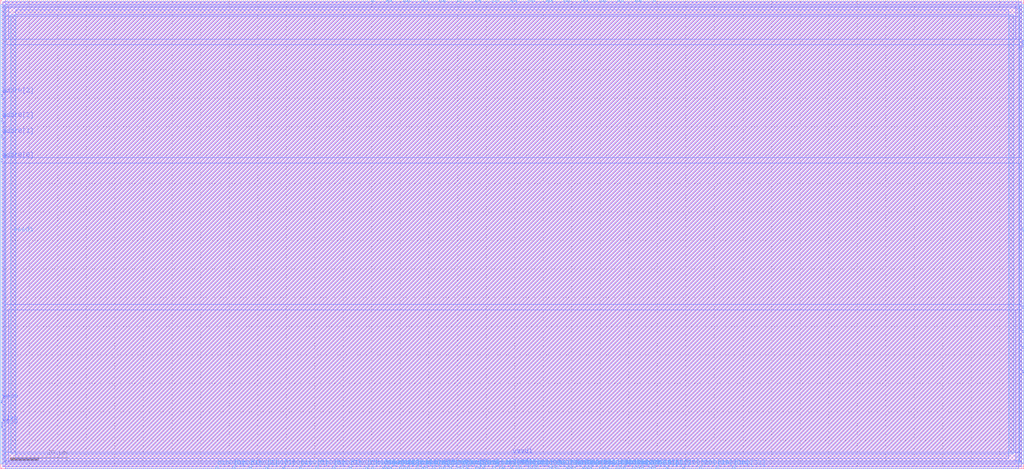
<source format=lef>
VERSION 5.4 ;
NAMESCASESENSITIVE ON ;
BUSBITCHARS "[]" ;
DIVIDERCHAR "/" ;
UNITS
  DATABASE MICRONS 1000 ;
END UNITS
MACRO myconfig_sky_dual
   CLASS BLOCK ;
   SIZE 358.32 BY 164.45 ;
   SYMMETRY X Y R90 ;
   PIN din0[0]
      DIRECTION INPUT ;
      PORT
         LAYER met4 ;
         RECT  75.37 0.0 76.13 0.76 ;
      END
   END din0[0]
   PIN din0[1]
      DIRECTION INPUT ;
      PORT
         LAYER met4 ;
         RECT  81.21 0.0 81.97 0.76 ;
      END
   END din0[1]
   PIN din0[2]
      DIRECTION INPUT ;
      PORT
         LAYER met4 ;
         RECT  87.05 0.0 87.81 0.76 ;
      END
   END din0[2]
   PIN din0[3]
      DIRECTION INPUT ;
      PORT
         LAYER met4 ;
         RECT  92.89 0.0 93.65 0.76 ;
      END
   END din0[3]
   PIN din0[4]
      DIRECTION INPUT ;
      PORT
         LAYER met4 ;
         RECT  98.73 0.0 99.49 0.76 ;
      END
   END din0[4]
   PIN din0[5]
      DIRECTION INPUT ;
      PORT
         LAYER met4 ;
         RECT  104.57 0.0 105.33 0.76 ;
      END
   END din0[5]
   PIN din0[6]
      DIRECTION INPUT ;
      PORT
         LAYER met4 ;
         RECT  110.41 0.0 111.17 0.76 ;
      END
   END din0[6]
   PIN din0[7]
      DIRECTION INPUT ;
      PORT
         LAYER met4 ;
         RECT  116.25 0.0 117.01 0.76 ;
      END
   END din0[7]
   PIN din0[8]
      DIRECTION INPUT ;
      PORT
         LAYER met4 ;
         RECT  122.09 0.0 122.85 0.76 ;
      END
   END din0[8]
   PIN din0[9]
      DIRECTION INPUT ;
      PORT
         LAYER met4 ;
         RECT  127.93 0.0 128.69 0.76 ;
      END
   END din0[9]
   PIN din0[10]
      DIRECTION INPUT ;
      PORT
         LAYER met4 ;
         RECT  133.77 0.0 134.53 0.76 ;
      END
   END din0[10]
   PIN din0[11]
      DIRECTION INPUT ;
      PORT
         LAYER met4 ;
         RECT  139.61 0.0 140.37 0.76 ;
      END
   END din0[11]
   PIN din0[12]
      DIRECTION INPUT ;
      PORT
         LAYER met4 ;
         RECT  145.45 0.0 146.21 0.76 ;
      END
   END din0[12]
   PIN din0[13]
      DIRECTION INPUT ;
      PORT
         LAYER met4 ;
         RECT  151.29 0.0 152.05 0.76 ;
      END
   END din0[13]
   PIN din0[14]
      DIRECTION INPUT ;
      PORT
         LAYER met4 ;
         RECT  157.13 0.0 157.89 0.76 ;
      END
   END din0[14]
   PIN din0[15]
      DIRECTION INPUT ;
      PORT
         LAYER met4 ;
         RECT  162.97 0.0 163.73 0.76 ;
      END
   END din0[15]
   PIN din0[16]
      DIRECTION INPUT ;
      PORT
         LAYER met4 ;
         RECT  168.81 0.0 169.57 0.76 ;
      END
   END din0[16]
   PIN din0[17]
      DIRECTION INPUT ;
      PORT
         LAYER met4 ;
         RECT  174.65 0.0 175.41 0.76 ;
      END
   END din0[17]
   PIN din0[18]
      DIRECTION INPUT ;
      PORT
         LAYER met4 ;
         RECT  180.49 0.0 181.25 0.76 ;
      END
   END din0[18]
   PIN din0[19]
      DIRECTION INPUT ;
      PORT
         LAYER met4 ;
         RECT  186.33 0.0 187.09 0.76 ;
      END
   END din0[19]
   PIN din0[20]
      DIRECTION INPUT ;
      PORT
         LAYER met4 ;
         RECT  192.17 0.0 192.93 0.76 ;
      END
   END din0[20]
   PIN din0[21]
      DIRECTION INPUT ;
      PORT
         LAYER met4 ;
         RECT  198.01 0.0 198.77 0.76 ;
      END
   END din0[21]
   PIN din0[22]
      DIRECTION INPUT ;
      PORT
         LAYER met4 ;
         RECT  203.85 0.0 204.61 0.76 ;
      END
   END din0[22]
   PIN din0[23]
      DIRECTION INPUT ;
      PORT
         LAYER met4 ;
         RECT  209.69 0.0 210.45 0.76 ;
      END
   END din0[23]
   PIN din0[24]
      DIRECTION INPUT ;
      PORT
         LAYER met4 ;
         RECT  215.53 0.0 216.29 0.76 ;
      END
   END din0[24]
   PIN din0[25]
      DIRECTION INPUT ;
      PORT
         LAYER met4 ;
         RECT  221.37 0.0 222.13 0.76 ;
      END
   END din0[25]
   PIN din0[26]
      DIRECTION INPUT ;
      PORT
         LAYER met4 ;
         RECT  227.21 0.0 227.97 0.76 ;
      END
   END din0[26]
   PIN din0[27]
      DIRECTION INPUT ;
      PORT
         LAYER met4 ;
         RECT  233.05 0.0 233.81 0.76 ;
      END
   END din0[27]
   PIN din0[28]
      DIRECTION INPUT ;
      PORT
         LAYER met4 ;
         RECT  238.89 0.0 239.65 0.76 ;
      END
   END din0[28]
   PIN din0[29]
      DIRECTION INPUT ;
      PORT
         LAYER met4 ;
         RECT  244.73 0.0 245.49 0.76 ;
      END
   END din0[29]
   PIN din0[30]
      DIRECTION INPUT ;
      PORT
         LAYER met4 ;
         RECT  250.57 0.0 251.33 0.76 ;
      END
   END din0[30]
   PIN din0[31]
      DIRECTION INPUT ;
      PORT
         LAYER met4 ;
         RECT  256.41 0.0 257.17 0.76 ;
      END
   END din0[31]
   PIN addr0[0]
      DIRECTION INPUT ;
      PORT
         LAYER met3 ;
         RECT  0.0 107.79 0.76 108.55 ;
      END
   END addr0[0]
   PIN addr0[1]
      DIRECTION INPUT ;
      PORT
         LAYER met3 ;
         RECT  0.0 116.29 0.76 117.05 ;
      END
   END addr0[1]
   PIN addr0[2]
      DIRECTION INPUT ;
      PORT
         LAYER met3 ;
         RECT  0.0 121.93 0.76 122.69 ;
      END
   END addr0[2]
   PIN addr0[3]
      DIRECTION INPUT ;
      PORT
         LAYER met3 ;
         RECT  0.0 130.43 0.76 131.19 ;
      END
   END addr0[3]
   PIN addr1[0]
      DIRECTION INPUT ;
      PORT
         LAYER met3 ;
         RECT  357.56 56.3 358.32 57.06 ;
      END
   END addr1[0]
   PIN addr1[1]
      DIRECTION INPUT ;
      PORT
         LAYER met3 ;
         RECT  357.56 47.8 358.32 48.56 ;
      END
   END addr1[1]
   PIN addr1[2]
      DIRECTION INPUT ;
      PORT
         LAYER met3 ;
         RECT  357.56 42.16 358.32 42.92 ;
      END
   END addr1[2]
   PIN addr1[3]
      DIRECTION INPUT ;
      PORT
         LAYER met3 ;
         RECT  357.56 33.66 358.32 34.42 ;
      END
   END addr1[3]
   PIN csb0
      DIRECTION INPUT ;
      PORT
         LAYER met3 ;
         RECT  0.0 14.36 0.76 15.12 ;
      END
   END csb0
   PIN csb1
      DIRECTION INPUT ;
      PORT
         LAYER met3 ;
         RECT  357.56 149.33 358.32 150.09 ;
      END
   END csb1
   PIN web0
      DIRECTION INPUT ;
      PORT
         LAYER met3 ;
         RECT  0.0 23.18 0.76 23.94 ;
      END
   END web0
   PIN clk0
      DIRECTION INPUT ;
      PORT
         LAYER met3 ;
         RECT  0.0 15.525 0.76 16.285 ;
      END
   END clk0
   PIN clk1
      DIRECTION INPUT ;
      PORT
         LAYER met3 ;
         RECT  357.56 148.165 358.32 148.925 ;
      END
   END clk1
   PIN dout0[0]
      DIRECTION OUTPUT ;
      PORT
         LAYER met4 ;
         RECT  129.975 0.0 130.735 0.76 ;
      END
   END dout0[0]
   PIN dout0[1]
      DIRECTION OUTPUT ;
      PORT
         LAYER met4 ;
         RECT  134.945 0.0 135.705 0.76 ;
      END
   END dout0[1]
   PIN dout0[2]
      DIRECTION OUTPUT ;
      PORT
         LAYER met4 ;
         RECT  136.215 0.0 136.975 0.76 ;
      END
   END dout0[2]
   PIN dout0[3]
      DIRECTION OUTPUT ;
      PORT
         LAYER met4 ;
         RECT  141.185 0.0 141.945 0.76 ;
      END
   END dout0[3]
   PIN dout0[4]
      DIRECTION OUTPUT ;
      PORT
         LAYER met4 ;
         RECT  142.455 0.0 143.215 0.76 ;
      END
   END dout0[4]
   PIN dout0[5]
      DIRECTION OUTPUT ;
      PORT
         LAYER met4 ;
         RECT  147.425 0.0 148.185 0.76 ;
      END
   END dout0[5]
   PIN dout0[6]
      DIRECTION OUTPUT ;
      PORT
         LAYER met4 ;
         RECT  148.695 0.0 149.455 0.76 ;
      END
   END dout0[6]
   PIN dout0[7]
      DIRECTION OUTPUT ;
      PORT
         LAYER met4 ;
         RECT  153.665 0.0 154.425 0.76 ;
      END
   END dout0[7]
   PIN dout0[8]
      DIRECTION OUTPUT ;
      PORT
         LAYER met4 ;
         RECT  154.935 0.0 155.695 0.76 ;
      END
   END dout0[8]
   PIN dout0[9]
      DIRECTION OUTPUT ;
      PORT
         LAYER met4 ;
         RECT  159.905 0.0 160.665 0.76 ;
      END
   END dout0[9]
   PIN dout0[10]
      DIRECTION OUTPUT ;
      PORT
         LAYER met4 ;
         RECT  161.175 0.0 161.935 0.76 ;
      END
   END dout0[10]
   PIN dout0[11]
      DIRECTION OUTPUT ;
      PORT
         LAYER met4 ;
         RECT  166.145 0.0 166.905 0.76 ;
      END
   END dout0[11]
   PIN dout0[12]
      DIRECTION OUTPUT ;
      PORT
         LAYER met4 ;
         RECT  167.415 0.0 168.175 0.76 ;
      END
   END dout0[12]
   PIN dout0[13]
      DIRECTION OUTPUT ;
      PORT
         LAYER met4 ;
         RECT  172.385 0.0 173.145 0.76 ;
      END
   END dout0[13]
   PIN dout0[14]
      DIRECTION OUTPUT ;
      PORT
         LAYER met4 ;
         RECT  175.855 0.0 176.615 0.76 ;
      END
   END dout0[14]
   PIN dout0[15]
      DIRECTION OUTPUT ;
      PORT
         LAYER met4 ;
         RECT  178.625 0.0 179.385 0.76 ;
      END
   END dout0[15]
   PIN dout0[16]
      DIRECTION OUTPUT ;
      PORT
         LAYER met4 ;
         RECT  181.695 0.0 182.455 0.76 ;
      END
   END dout0[16]
   PIN dout0[17]
      DIRECTION OUTPUT ;
      PORT
         LAYER met4 ;
         RECT  184.865 0.0 185.625 0.76 ;
      END
   END dout0[17]
   PIN dout0[18]
      DIRECTION OUTPUT ;
      PORT
         LAYER met4 ;
         RECT  187.535 0.0 188.295 0.76 ;
      END
   END dout0[18]
   PIN dout0[19]
      DIRECTION OUTPUT ;
      PORT
         LAYER met4 ;
         RECT  193.405 0.0 194.165 0.76 ;
      END
   END dout0[19]
   PIN dout0[20]
      DIRECTION OUTPUT ;
      PORT
         LAYER met4 ;
         RECT  194.575 0.0 195.335 0.76 ;
      END
   END dout0[20]
   PIN dout0[21]
      DIRECTION OUTPUT ;
      PORT
         LAYER met4 ;
         RECT  199.245 0.0 200.005 0.76 ;
      END
   END dout0[21]
   PIN dout0[22]
      DIRECTION OUTPUT ;
      PORT
         LAYER met4 ;
         RECT  200.415 0.0 201.175 0.76 ;
      END
   END dout0[22]
   PIN dout0[23]
      DIRECTION OUTPUT ;
      PORT
         LAYER met4 ;
         RECT  205.085 0.0 205.845 0.76 ;
      END
   END dout0[23]
   PIN dout0[24]
      DIRECTION OUTPUT ;
      PORT
         LAYER met4 ;
         RECT  206.255 0.0 207.015 0.76 ;
      END
   END dout0[24]
   PIN dout0[25]
      DIRECTION OUTPUT ;
      PORT
         LAYER met4 ;
         RECT  210.925 0.0 211.685 0.76 ;
      END
   END dout0[25]
   PIN dout0[26]
      DIRECTION OUTPUT ;
      PORT
         LAYER met4 ;
         RECT  212.095 0.0 212.855 0.76 ;
      END
   END dout0[26]
   PIN dout0[27]
      DIRECTION OUTPUT ;
      PORT
         LAYER met4 ;
         RECT  216.765 0.0 217.525 0.76 ;
      END
   END dout0[27]
   PIN dout0[28]
      DIRECTION OUTPUT ;
      PORT
         LAYER met4 ;
         RECT  218.035 0.0 218.795 0.76 ;
      END
   END dout0[28]
   PIN dout0[29]
      DIRECTION OUTPUT ;
      PORT
         LAYER met4 ;
         RECT  223.005 0.0 223.765 0.76 ;
      END
   END dout0[29]
   PIN dout0[30]
      DIRECTION OUTPUT ;
      PORT
         LAYER met4 ;
         RECT  224.275 0.0 225.035 0.76 ;
      END
   END dout0[30]
   PIN dout0[31]
      DIRECTION OUTPUT ;
      PORT
         LAYER met4 ;
         RECT  228.545 0.0 229.305 0.76 ;
      END
   END dout0[31]
   PIN dout1[0]
      DIRECTION OUTPUT ;
      PORT
         LAYER met4 ;
         RECT  129.975 163.69 130.735 164.45 ;
      END
   END dout1[0]
   PIN dout1[1]
      DIRECTION OUTPUT ;
      PORT
         LAYER met4 ;
         RECT  134.945 163.69 135.705 164.45 ;
      END
   END dout1[1]
   PIN dout1[2]
      DIRECTION OUTPUT ;
      PORT
         LAYER met4 ;
         RECT  136.215 163.69 136.975 164.45 ;
      END
   END dout1[2]
   PIN dout1[3]
      DIRECTION OUTPUT ;
      PORT
         LAYER met4 ;
         RECT  141.185 163.69 141.945 164.45 ;
      END
   END dout1[3]
   PIN dout1[4]
      DIRECTION OUTPUT ;
      PORT
         LAYER met4 ;
         RECT  142.455 163.69 143.215 164.45 ;
      END
   END dout1[4]
   PIN dout1[5]
      DIRECTION OUTPUT ;
      PORT
         LAYER met4 ;
         RECT  147.425 163.69 148.185 164.45 ;
      END
   END dout1[5]
   PIN dout1[6]
      DIRECTION OUTPUT ;
      PORT
         LAYER met4 ;
         RECT  148.695 163.69 149.455 164.45 ;
      END
   END dout1[6]
   PIN dout1[7]
      DIRECTION OUTPUT ;
      PORT
         LAYER met4 ;
         RECT  153.665 163.69 154.425 164.45 ;
      END
   END dout1[7]
   PIN dout1[8]
      DIRECTION OUTPUT ;
      PORT
         LAYER met4 ;
         RECT  154.935 163.69 155.695 164.45 ;
      END
   END dout1[8]
   PIN dout1[9]
      DIRECTION OUTPUT ;
      PORT
         LAYER met4 ;
         RECT  159.905 163.69 160.665 164.45 ;
      END
   END dout1[9]
   PIN dout1[10]
      DIRECTION OUTPUT ;
      PORT
         LAYER met4 ;
         RECT  161.175 163.69 161.935 164.45 ;
      END
   END dout1[10]
   PIN dout1[11]
      DIRECTION OUTPUT ;
      PORT
         LAYER met4 ;
         RECT  166.145 163.69 166.905 164.45 ;
      END
   END dout1[11]
   PIN dout1[12]
      DIRECTION OUTPUT ;
      PORT
         LAYER met4 ;
         RECT  167.415 163.69 168.175 164.45 ;
      END
   END dout1[12]
   PIN dout1[13]
      DIRECTION OUTPUT ;
      PORT
         LAYER met4 ;
         RECT  172.385 163.69 173.145 164.45 ;
      END
   END dout1[13]
   PIN dout1[14]
      DIRECTION OUTPUT ;
      PORT
         LAYER met4 ;
         RECT  173.655 163.69 174.415 164.45 ;
      END
   END dout1[14]
   PIN dout1[15]
      DIRECTION OUTPUT ;
      PORT
         LAYER met4 ;
         RECT  178.625 163.69 179.385 164.45 ;
      END
   END dout1[15]
   PIN dout1[16]
      DIRECTION OUTPUT ;
      PORT
         LAYER met4 ;
         RECT  179.895 163.69 180.655 164.45 ;
      END
   END dout1[16]
   PIN dout1[17]
      DIRECTION OUTPUT ;
      PORT
         LAYER met4 ;
         RECT  184.865 163.69 185.625 164.45 ;
      END
   END dout1[17]
   PIN dout1[18]
      DIRECTION OUTPUT ;
      PORT
         LAYER met4 ;
         RECT  186.135 163.69 186.895 164.45 ;
      END
   END dout1[18]
   PIN dout1[19]
      DIRECTION OUTPUT ;
      PORT
         LAYER met4 ;
         RECT  191.105 163.69 191.865 164.45 ;
      END
   END dout1[19]
   PIN dout1[20]
      DIRECTION OUTPUT ;
      PORT
         LAYER met4 ;
         RECT  192.375 163.69 193.135 164.45 ;
      END
   END dout1[20]
   PIN dout1[21]
      DIRECTION OUTPUT ;
      PORT
         LAYER met4 ;
         RECT  197.345 163.69 198.105 164.45 ;
      END
   END dout1[21]
   PIN dout1[22]
      DIRECTION OUTPUT ;
      PORT
         LAYER met4 ;
         RECT  198.615 163.69 199.375 164.45 ;
      END
   END dout1[22]
   PIN dout1[23]
      DIRECTION OUTPUT ;
      PORT
         LAYER met4 ;
         RECT  203.585 163.69 204.345 164.45 ;
      END
   END dout1[23]
   PIN dout1[24]
      DIRECTION OUTPUT ;
      PORT
         LAYER met4 ;
         RECT  204.855 163.69 205.615 164.45 ;
      END
   END dout1[24]
   PIN dout1[25]
      DIRECTION OUTPUT ;
      PORT
         LAYER met4 ;
         RECT  209.825 163.69 210.585 164.45 ;
      END
   END dout1[25]
   PIN dout1[26]
      DIRECTION OUTPUT ;
      PORT
         LAYER met4 ;
         RECT  211.095 163.69 211.855 164.45 ;
      END
   END dout1[26]
   PIN dout1[27]
      DIRECTION OUTPUT ;
      PORT
         LAYER met4 ;
         RECT  216.065 163.69 216.825 164.45 ;
      END
   END dout1[27]
   PIN dout1[28]
      DIRECTION OUTPUT ;
      PORT
         LAYER met4 ;
         RECT  217.335 163.69 218.095 164.45 ;
      END
   END dout1[28]
   PIN dout1[29]
      DIRECTION OUTPUT ;
      PORT
         LAYER met4 ;
         RECT  222.305 163.69 223.065 164.45 ;
      END
   END dout1[29]
   PIN dout1[30]
      DIRECTION OUTPUT ;
      PORT
         LAYER met4 ;
         RECT  223.575 163.69 224.335 164.45 ;
      END
   END dout1[30]
   PIN dout1[31]
      DIRECTION OUTPUT ;
      PORT
         LAYER met4 ;
         RECT  228.545 163.69 229.305 164.45 ;
      END
   END dout1[31]
   PIN vccd1
      DIRECTION INOUT ;
      USE POWER ; 
      SHAPE ABUTMENT ; 
      PORT
         LAYER met3 ;
         RECT  1.74 162.71 356.58 164.45 ;
         LAYER met4 ;
         RECT  0.0 1.74 1.74 162.71 ;
         LAYER met4 ;
         RECT  356.58 1.74 358.32 162.71 ;
         LAYER met3 ;
         RECT  1.74 0.0 356.58 1.74 ;
      END
   END vccd1
   PIN vssd1
      DIRECTION INOUT ;
      USE GROUND ; 
      SHAPE ABUTMENT ; 
      PORT
         LAYER met4 ;
         RECT  353.1 5.22 354.84 159.23 ;
         LAYER met4 ;
         RECT  3.48 5.22 5.22 159.23 ;
         LAYER met3 ;
         RECT  5.22 159.23 353.1 160.97 ;
         LAYER met3 ;
         RECT  5.22 3.48 353.1 5.22 ;
      END
   END vssd1
   OBS
   LAYER  met1 ;
      RECT  0.62 0.62 357.7 163.83 ;
   LAYER  met2 ;
      RECT  0.62 0.62 357.7 163.83 ;
   LAYER  met3 ;
      RECT  1.36 107.19 357.7 109.15 ;
      RECT  0.62 109.15 1.36 115.69 ;
      RECT  0.62 117.65 1.36 121.33 ;
      RECT  0.62 123.29 1.36 129.83 ;
      RECT  1.36 55.7 356.96 57.66 ;
      RECT  1.36 57.66 356.96 107.19 ;
      RECT  356.96 57.66 357.7 107.19 ;
      RECT  356.96 49.16 357.7 55.7 ;
      RECT  356.96 43.52 357.7 47.2 ;
      RECT  356.96 35.02 357.7 41.56 ;
      RECT  1.36 109.15 356.96 148.73 ;
      RECT  1.36 148.73 356.96 150.69 ;
      RECT  0.62 24.54 1.36 107.19 ;
      RECT  0.62 16.885 1.36 22.58 ;
      RECT  356.96 109.15 357.7 147.565 ;
      RECT  0.62 131.79 1.36 162.11 ;
      RECT  356.96 150.69 357.7 162.11 ;
      RECT  356.96 2.34 357.7 33.06 ;
      RECT  0.62 2.34 1.36 13.76 ;
      RECT  1.36 150.69 2.88 158.63 ;
      RECT  1.36 158.63 2.88 161.57 ;
      RECT  1.36 161.57 2.88 162.11 ;
      RECT  2.88 150.69 355.44 158.63 ;
      RECT  2.88 161.57 355.44 162.11 ;
      RECT  355.44 150.69 356.96 158.63 ;
      RECT  355.44 158.63 356.96 161.57 ;
      RECT  355.44 161.57 356.96 162.11 ;
      RECT  1.36 2.34 2.88 2.88 ;
      RECT  1.36 2.88 2.88 5.82 ;
      RECT  1.36 5.82 2.88 55.7 ;
      RECT  2.88 2.34 355.44 2.88 ;
      RECT  2.88 5.82 355.44 55.7 ;
      RECT  355.44 2.34 356.96 2.88 ;
      RECT  355.44 2.88 356.96 5.82 ;
      RECT  355.44 5.82 356.96 55.7 ;
   END
END    myconfig_sky_dual
END    LIBRARY

</source>
